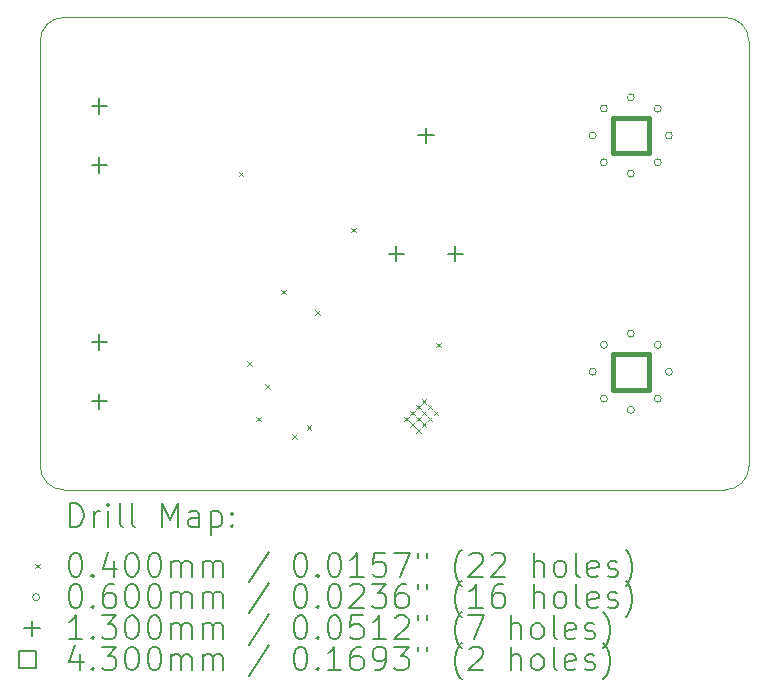
<source format=gbr>
%FSLAX45Y45*%
G04 Gerber Fmt 4.5, Leading zero omitted, Abs format (unit mm)*
G04 Created by KiCad (PCBNEW 6.0.0) date 2022-01-10 14:38:26*
%MOMM*%
%LPD*%
G01*
G04 APERTURE LIST*
%TA.AperFunction,Profile*%
%ADD10C,0.100000*%
%TD*%
%ADD11C,0.200000*%
%ADD12C,0.040000*%
%ADD13C,0.060000*%
%ADD14C,0.130000*%
%ADD15C,0.430000*%
G04 APERTURE END LIST*
D10*
X13000000Y-11300000D02*
G75*
G03*
X13200000Y-11500000I200000J0D01*
G01*
X18800000Y-11500000D02*
X13200000Y-11500000D01*
X13200000Y-7500000D02*
X18800000Y-7500000D01*
X13000000Y-11300000D02*
X13000000Y-7700000D01*
X19000000Y-7700000D02*
G75*
G03*
X18800000Y-7500000I-200000J0D01*
G01*
X18800000Y-11500000D02*
G75*
G03*
X19000000Y-11300000I0J200000D01*
G01*
X13200000Y-7500000D02*
G75*
G03*
X13000000Y-7700000I0J-200000D01*
G01*
X19000000Y-7700000D02*
X19000000Y-11300000D01*
D11*
D12*
X14680000Y-8805000D02*
X14720000Y-8845000D01*
X14720000Y-8805000D02*
X14680000Y-8845000D01*
X14750000Y-10410000D02*
X14790000Y-10450000D01*
X14790000Y-10410000D02*
X14750000Y-10450000D01*
X14830000Y-10880000D02*
X14870000Y-10920000D01*
X14870000Y-10880000D02*
X14830000Y-10920000D01*
X14905000Y-10605000D02*
X14945000Y-10645000D01*
X14945000Y-10605000D02*
X14905000Y-10645000D01*
X15042550Y-9805000D02*
X15082550Y-9845000D01*
X15082550Y-9805000D02*
X15042550Y-9845000D01*
X15130000Y-11030000D02*
X15170000Y-11070000D01*
X15170000Y-11030000D02*
X15130000Y-11070000D01*
X15255000Y-10955000D02*
X15295000Y-10995000D01*
X15295000Y-10955000D02*
X15255000Y-10995000D01*
X15330000Y-9980000D02*
X15370000Y-10020000D01*
X15370000Y-9980000D02*
X15330000Y-10020000D01*
X15630000Y-9280000D02*
X15670000Y-9320000D01*
X15670000Y-9280000D02*
X15630000Y-9320000D01*
X16080000Y-10880000D02*
X16120000Y-10920000D01*
X16120000Y-10880000D02*
X16080000Y-10920000D01*
X16130000Y-10830000D02*
X16170000Y-10870000D01*
X16170000Y-10830000D02*
X16130000Y-10870000D01*
X16130000Y-10930000D02*
X16170000Y-10970000D01*
X16170000Y-10930000D02*
X16130000Y-10970000D01*
X16180000Y-10780000D02*
X16220000Y-10820000D01*
X16220000Y-10780000D02*
X16180000Y-10820000D01*
X16180000Y-10880000D02*
X16220000Y-10920000D01*
X16220000Y-10880000D02*
X16180000Y-10920000D01*
X16180000Y-10980000D02*
X16220000Y-11020000D01*
X16220000Y-10980000D02*
X16180000Y-11020000D01*
X16230000Y-10730000D02*
X16270000Y-10770000D01*
X16270000Y-10730000D02*
X16230000Y-10770000D01*
X16230000Y-10830000D02*
X16270000Y-10870000D01*
X16270000Y-10830000D02*
X16230000Y-10870000D01*
X16230000Y-10930000D02*
X16270000Y-10970000D01*
X16270000Y-10930000D02*
X16230000Y-10970000D01*
X16280000Y-10780000D02*
X16320000Y-10820000D01*
X16320000Y-10780000D02*
X16280000Y-10820000D01*
X16280000Y-10880000D02*
X16320000Y-10920000D01*
X16320000Y-10880000D02*
X16280000Y-10920000D01*
X16330000Y-10830000D02*
X16370000Y-10870000D01*
X16370000Y-10830000D02*
X16330000Y-10870000D01*
X16355000Y-10255000D02*
X16395000Y-10295000D01*
X16395000Y-10255000D02*
X16355000Y-10295000D01*
D13*
X17707500Y-8500000D02*
G75*
G03*
X17707500Y-8500000I-30000J0D01*
G01*
X17707500Y-10500000D02*
G75*
G03*
X17707500Y-10500000I-30000J0D01*
G01*
X17801958Y-8271958D02*
G75*
G03*
X17801958Y-8271958I-30000J0D01*
G01*
X17801958Y-8728042D02*
G75*
G03*
X17801958Y-8728042I-30000J0D01*
G01*
X17801958Y-10271958D02*
G75*
G03*
X17801958Y-10271958I-30000J0D01*
G01*
X17801958Y-10728042D02*
G75*
G03*
X17801958Y-10728042I-30000J0D01*
G01*
X18030000Y-8177500D02*
G75*
G03*
X18030000Y-8177500I-30000J0D01*
G01*
X18030000Y-8822500D02*
G75*
G03*
X18030000Y-8822500I-30000J0D01*
G01*
X18030000Y-10177500D02*
G75*
G03*
X18030000Y-10177500I-30000J0D01*
G01*
X18030000Y-10822500D02*
G75*
G03*
X18030000Y-10822500I-30000J0D01*
G01*
X18258042Y-8271958D02*
G75*
G03*
X18258042Y-8271958I-30000J0D01*
G01*
X18258042Y-8728042D02*
G75*
G03*
X18258042Y-8728042I-30000J0D01*
G01*
X18258042Y-10271958D02*
G75*
G03*
X18258042Y-10271958I-30000J0D01*
G01*
X18258042Y-10728042D02*
G75*
G03*
X18258042Y-10728042I-30000J0D01*
G01*
X18352500Y-8500000D02*
G75*
G03*
X18352500Y-8500000I-30000J0D01*
G01*
X18352500Y-10500000D02*
G75*
G03*
X18352500Y-10500000I-30000J0D01*
G01*
D14*
X13500000Y-8185000D02*
X13500000Y-8315000D01*
X13435000Y-8250000D02*
X13565000Y-8250000D01*
X13500000Y-8685000D02*
X13500000Y-8815000D01*
X13435000Y-8750000D02*
X13565000Y-8750000D01*
X13500000Y-10185000D02*
X13500000Y-10315000D01*
X13435000Y-10250000D02*
X13565000Y-10250000D01*
X13500000Y-10685000D02*
X13500000Y-10815000D01*
X13435000Y-10750000D02*
X13565000Y-10750000D01*
X16015000Y-9435000D02*
X16015000Y-9565000D01*
X15950000Y-9500000D02*
X16080000Y-9500000D01*
X16265000Y-8435000D02*
X16265000Y-8565000D01*
X16200000Y-8500000D02*
X16330000Y-8500000D01*
X16515000Y-9435000D02*
X16515000Y-9565000D01*
X16450000Y-9500000D02*
X16580000Y-9500000D01*
D15*
X18152029Y-8652029D02*
X18152029Y-8347971D01*
X17847971Y-8347971D01*
X17847971Y-8652029D01*
X18152029Y-8652029D01*
X18152029Y-10652029D02*
X18152029Y-10347971D01*
X17847971Y-10347971D01*
X17847971Y-10652029D01*
X18152029Y-10652029D01*
D11*
X13252619Y-11815476D02*
X13252619Y-11615476D01*
X13300238Y-11615476D01*
X13328809Y-11625000D01*
X13347857Y-11644048D01*
X13357381Y-11663095D01*
X13366905Y-11701190D01*
X13366905Y-11729762D01*
X13357381Y-11767857D01*
X13347857Y-11786905D01*
X13328809Y-11805952D01*
X13300238Y-11815476D01*
X13252619Y-11815476D01*
X13452619Y-11815476D02*
X13452619Y-11682143D01*
X13452619Y-11720238D02*
X13462143Y-11701190D01*
X13471667Y-11691667D01*
X13490714Y-11682143D01*
X13509762Y-11682143D01*
X13576428Y-11815476D02*
X13576428Y-11682143D01*
X13576428Y-11615476D02*
X13566905Y-11625000D01*
X13576428Y-11634524D01*
X13585952Y-11625000D01*
X13576428Y-11615476D01*
X13576428Y-11634524D01*
X13700238Y-11815476D02*
X13681190Y-11805952D01*
X13671667Y-11786905D01*
X13671667Y-11615476D01*
X13805000Y-11815476D02*
X13785952Y-11805952D01*
X13776428Y-11786905D01*
X13776428Y-11615476D01*
X14033571Y-11815476D02*
X14033571Y-11615476D01*
X14100238Y-11758333D01*
X14166905Y-11615476D01*
X14166905Y-11815476D01*
X14347857Y-11815476D02*
X14347857Y-11710714D01*
X14338333Y-11691667D01*
X14319286Y-11682143D01*
X14281190Y-11682143D01*
X14262143Y-11691667D01*
X14347857Y-11805952D02*
X14328809Y-11815476D01*
X14281190Y-11815476D01*
X14262143Y-11805952D01*
X14252619Y-11786905D01*
X14252619Y-11767857D01*
X14262143Y-11748809D01*
X14281190Y-11739286D01*
X14328809Y-11739286D01*
X14347857Y-11729762D01*
X14443095Y-11682143D02*
X14443095Y-11882143D01*
X14443095Y-11691667D02*
X14462143Y-11682143D01*
X14500238Y-11682143D01*
X14519286Y-11691667D01*
X14528809Y-11701190D01*
X14538333Y-11720238D01*
X14538333Y-11777381D01*
X14528809Y-11796428D01*
X14519286Y-11805952D01*
X14500238Y-11815476D01*
X14462143Y-11815476D01*
X14443095Y-11805952D01*
X14624048Y-11796428D02*
X14633571Y-11805952D01*
X14624048Y-11815476D01*
X14614524Y-11805952D01*
X14624048Y-11796428D01*
X14624048Y-11815476D01*
X14624048Y-11691667D02*
X14633571Y-11701190D01*
X14624048Y-11710714D01*
X14614524Y-11701190D01*
X14624048Y-11691667D01*
X14624048Y-11710714D01*
D12*
X12955000Y-12125000D02*
X12995000Y-12165000D01*
X12995000Y-12125000D02*
X12955000Y-12165000D01*
D11*
X13290714Y-12035476D02*
X13309762Y-12035476D01*
X13328809Y-12045000D01*
X13338333Y-12054524D01*
X13347857Y-12073571D01*
X13357381Y-12111667D01*
X13357381Y-12159286D01*
X13347857Y-12197381D01*
X13338333Y-12216428D01*
X13328809Y-12225952D01*
X13309762Y-12235476D01*
X13290714Y-12235476D01*
X13271667Y-12225952D01*
X13262143Y-12216428D01*
X13252619Y-12197381D01*
X13243095Y-12159286D01*
X13243095Y-12111667D01*
X13252619Y-12073571D01*
X13262143Y-12054524D01*
X13271667Y-12045000D01*
X13290714Y-12035476D01*
X13443095Y-12216428D02*
X13452619Y-12225952D01*
X13443095Y-12235476D01*
X13433571Y-12225952D01*
X13443095Y-12216428D01*
X13443095Y-12235476D01*
X13624048Y-12102143D02*
X13624048Y-12235476D01*
X13576428Y-12025952D02*
X13528809Y-12168809D01*
X13652619Y-12168809D01*
X13766905Y-12035476D02*
X13785952Y-12035476D01*
X13805000Y-12045000D01*
X13814524Y-12054524D01*
X13824048Y-12073571D01*
X13833571Y-12111667D01*
X13833571Y-12159286D01*
X13824048Y-12197381D01*
X13814524Y-12216428D01*
X13805000Y-12225952D01*
X13785952Y-12235476D01*
X13766905Y-12235476D01*
X13747857Y-12225952D01*
X13738333Y-12216428D01*
X13728809Y-12197381D01*
X13719286Y-12159286D01*
X13719286Y-12111667D01*
X13728809Y-12073571D01*
X13738333Y-12054524D01*
X13747857Y-12045000D01*
X13766905Y-12035476D01*
X13957381Y-12035476D02*
X13976428Y-12035476D01*
X13995476Y-12045000D01*
X14005000Y-12054524D01*
X14014524Y-12073571D01*
X14024048Y-12111667D01*
X14024048Y-12159286D01*
X14014524Y-12197381D01*
X14005000Y-12216428D01*
X13995476Y-12225952D01*
X13976428Y-12235476D01*
X13957381Y-12235476D01*
X13938333Y-12225952D01*
X13928809Y-12216428D01*
X13919286Y-12197381D01*
X13909762Y-12159286D01*
X13909762Y-12111667D01*
X13919286Y-12073571D01*
X13928809Y-12054524D01*
X13938333Y-12045000D01*
X13957381Y-12035476D01*
X14109762Y-12235476D02*
X14109762Y-12102143D01*
X14109762Y-12121190D02*
X14119286Y-12111667D01*
X14138333Y-12102143D01*
X14166905Y-12102143D01*
X14185952Y-12111667D01*
X14195476Y-12130714D01*
X14195476Y-12235476D01*
X14195476Y-12130714D02*
X14205000Y-12111667D01*
X14224048Y-12102143D01*
X14252619Y-12102143D01*
X14271667Y-12111667D01*
X14281190Y-12130714D01*
X14281190Y-12235476D01*
X14376428Y-12235476D02*
X14376428Y-12102143D01*
X14376428Y-12121190D02*
X14385952Y-12111667D01*
X14405000Y-12102143D01*
X14433571Y-12102143D01*
X14452619Y-12111667D01*
X14462143Y-12130714D01*
X14462143Y-12235476D01*
X14462143Y-12130714D02*
X14471667Y-12111667D01*
X14490714Y-12102143D01*
X14519286Y-12102143D01*
X14538333Y-12111667D01*
X14547857Y-12130714D01*
X14547857Y-12235476D01*
X14938333Y-12025952D02*
X14766905Y-12283095D01*
X15195476Y-12035476D02*
X15214524Y-12035476D01*
X15233571Y-12045000D01*
X15243095Y-12054524D01*
X15252619Y-12073571D01*
X15262143Y-12111667D01*
X15262143Y-12159286D01*
X15252619Y-12197381D01*
X15243095Y-12216428D01*
X15233571Y-12225952D01*
X15214524Y-12235476D01*
X15195476Y-12235476D01*
X15176428Y-12225952D01*
X15166905Y-12216428D01*
X15157381Y-12197381D01*
X15147857Y-12159286D01*
X15147857Y-12111667D01*
X15157381Y-12073571D01*
X15166905Y-12054524D01*
X15176428Y-12045000D01*
X15195476Y-12035476D01*
X15347857Y-12216428D02*
X15357381Y-12225952D01*
X15347857Y-12235476D01*
X15338333Y-12225952D01*
X15347857Y-12216428D01*
X15347857Y-12235476D01*
X15481190Y-12035476D02*
X15500238Y-12035476D01*
X15519286Y-12045000D01*
X15528809Y-12054524D01*
X15538333Y-12073571D01*
X15547857Y-12111667D01*
X15547857Y-12159286D01*
X15538333Y-12197381D01*
X15528809Y-12216428D01*
X15519286Y-12225952D01*
X15500238Y-12235476D01*
X15481190Y-12235476D01*
X15462143Y-12225952D01*
X15452619Y-12216428D01*
X15443095Y-12197381D01*
X15433571Y-12159286D01*
X15433571Y-12111667D01*
X15443095Y-12073571D01*
X15452619Y-12054524D01*
X15462143Y-12045000D01*
X15481190Y-12035476D01*
X15738333Y-12235476D02*
X15624048Y-12235476D01*
X15681190Y-12235476D02*
X15681190Y-12035476D01*
X15662143Y-12064048D01*
X15643095Y-12083095D01*
X15624048Y-12092619D01*
X15919286Y-12035476D02*
X15824048Y-12035476D01*
X15814524Y-12130714D01*
X15824048Y-12121190D01*
X15843095Y-12111667D01*
X15890714Y-12111667D01*
X15909762Y-12121190D01*
X15919286Y-12130714D01*
X15928809Y-12149762D01*
X15928809Y-12197381D01*
X15919286Y-12216428D01*
X15909762Y-12225952D01*
X15890714Y-12235476D01*
X15843095Y-12235476D01*
X15824048Y-12225952D01*
X15814524Y-12216428D01*
X15995476Y-12035476D02*
X16128809Y-12035476D01*
X16043095Y-12235476D01*
X16195476Y-12035476D02*
X16195476Y-12073571D01*
X16271667Y-12035476D02*
X16271667Y-12073571D01*
X16566905Y-12311667D02*
X16557381Y-12302143D01*
X16538333Y-12273571D01*
X16528809Y-12254524D01*
X16519286Y-12225952D01*
X16509762Y-12178333D01*
X16509762Y-12140238D01*
X16519286Y-12092619D01*
X16528809Y-12064048D01*
X16538333Y-12045000D01*
X16557381Y-12016428D01*
X16566905Y-12006905D01*
X16633571Y-12054524D02*
X16643095Y-12045000D01*
X16662143Y-12035476D01*
X16709762Y-12035476D01*
X16728809Y-12045000D01*
X16738333Y-12054524D01*
X16747857Y-12073571D01*
X16747857Y-12092619D01*
X16738333Y-12121190D01*
X16624048Y-12235476D01*
X16747857Y-12235476D01*
X16824048Y-12054524D02*
X16833571Y-12045000D01*
X16852619Y-12035476D01*
X16900238Y-12035476D01*
X16919286Y-12045000D01*
X16928810Y-12054524D01*
X16938333Y-12073571D01*
X16938333Y-12092619D01*
X16928810Y-12121190D01*
X16814524Y-12235476D01*
X16938333Y-12235476D01*
X17176429Y-12235476D02*
X17176429Y-12035476D01*
X17262143Y-12235476D02*
X17262143Y-12130714D01*
X17252619Y-12111667D01*
X17233571Y-12102143D01*
X17205000Y-12102143D01*
X17185952Y-12111667D01*
X17176429Y-12121190D01*
X17385952Y-12235476D02*
X17366905Y-12225952D01*
X17357381Y-12216428D01*
X17347857Y-12197381D01*
X17347857Y-12140238D01*
X17357381Y-12121190D01*
X17366905Y-12111667D01*
X17385952Y-12102143D01*
X17414524Y-12102143D01*
X17433571Y-12111667D01*
X17443095Y-12121190D01*
X17452619Y-12140238D01*
X17452619Y-12197381D01*
X17443095Y-12216428D01*
X17433571Y-12225952D01*
X17414524Y-12235476D01*
X17385952Y-12235476D01*
X17566905Y-12235476D02*
X17547857Y-12225952D01*
X17538333Y-12206905D01*
X17538333Y-12035476D01*
X17719286Y-12225952D02*
X17700238Y-12235476D01*
X17662143Y-12235476D01*
X17643095Y-12225952D01*
X17633571Y-12206905D01*
X17633571Y-12130714D01*
X17643095Y-12111667D01*
X17662143Y-12102143D01*
X17700238Y-12102143D01*
X17719286Y-12111667D01*
X17728810Y-12130714D01*
X17728810Y-12149762D01*
X17633571Y-12168809D01*
X17805000Y-12225952D02*
X17824048Y-12235476D01*
X17862143Y-12235476D01*
X17881190Y-12225952D01*
X17890714Y-12206905D01*
X17890714Y-12197381D01*
X17881190Y-12178333D01*
X17862143Y-12168809D01*
X17833571Y-12168809D01*
X17814524Y-12159286D01*
X17805000Y-12140238D01*
X17805000Y-12130714D01*
X17814524Y-12111667D01*
X17833571Y-12102143D01*
X17862143Y-12102143D01*
X17881190Y-12111667D01*
X17957381Y-12311667D02*
X17966905Y-12302143D01*
X17985952Y-12273571D01*
X17995476Y-12254524D01*
X18005000Y-12225952D01*
X18014524Y-12178333D01*
X18014524Y-12140238D01*
X18005000Y-12092619D01*
X17995476Y-12064048D01*
X17985952Y-12045000D01*
X17966905Y-12016428D01*
X17957381Y-12006905D01*
D13*
X12995000Y-12409000D02*
G75*
G03*
X12995000Y-12409000I-30000J0D01*
G01*
D11*
X13290714Y-12299476D02*
X13309762Y-12299476D01*
X13328809Y-12309000D01*
X13338333Y-12318524D01*
X13347857Y-12337571D01*
X13357381Y-12375667D01*
X13357381Y-12423286D01*
X13347857Y-12461381D01*
X13338333Y-12480428D01*
X13328809Y-12489952D01*
X13309762Y-12499476D01*
X13290714Y-12499476D01*
X13271667Y-12489952D01*
X13262143Y-12480428D01*
X13252619Y-12461381D01*
X13243095Y-12423286D01*
X13243095Y-12375667D01*
X13252619Y-12337571D01*
X13262143Y-12318524D01*
X13271667Y-12309000D01*
X13290714Y-12299476D01*
X13443095Y-12480428D02*
X13452619Y-12489952D01*
X13443095Y-12499476D01*
X13433571Y-12489952D01*
X13443095Y-12480428D01*
X13443095Y-12499476D01*
X13624048Y-12299476D02*
X13585952Y-12299476D01*
X13566905Y-12309000D01*
X13557381Y-12318524D01*
X13538333Y-12347095D01*
X13528809Y-12385190D01*
X13528809Y-12461381D01*
X13538333Y-12480428D01*
X13547857Y-12489952D01*
X13566905Y-12499476D01*
X13605000Y-12499476D01*
X13624048Y-12489952D01*
X13633571Y-12480428D01*
X13643095Y-12461381D01*
X13643095Y-12413762D01*
X13633571Y-12394714D01*
X13624048Y-12385190D01*
X13605000Y-12375667D01*
X13566905Y-12375667D01*
X13547857Y-12385190D01*
X13538333Y-12394714D01*
X13528809Y-12413762D01*
X13766905Y-12299476D02*
X13785952Y-12299476D01*
X13805000Y-12309000D01*
X13814524Y-12318524D01*
X13824048Y-12337571D01*
X13833571Y-12375667D01*
X13833571Y-12423286D01*
X13824048Y-12461381D01*
X13814524Y-12480428D01*
X13805000Y-12489952D01*
X13785952Y-12499476D01*
X13766905Y-12499476D01*
X13747857Y-12489952D01*
X13738333Y-12480428D01*
X13728809Y-12461381D01*
X13719286Y-12423286D01*
X13719286Y-12375667D01*
X13728809Y-12337571D01*
X13738333Y-12318524D01*
X13747857Y-12309000D01*
X13766905Y-12299476D01*
X13957381Y-12299476D02*
X13976428Y-12299476D01*
X13995476Y-12309000D01*
X14005000Y-12318524D01*
X14014524Y-12337571D01*
X14024048Y-12375667D01*
X14024048Y-12423286D01*
X14014524Y-12461381D01*
X14005000Y-12480428D01*
X13995476Y-12489952D01*
X13976428Y-12499476D01*
X13957381Y-12499476D01*
X13938333Y-12489952D01*
X13928809Y-12480428D01*
X13919286Y-12461381D01*
X13909762Y-12423286D01*
X13909762Y-12375667D01*
X13919286Y-12337571D01*
X13928809Y-12318524D01*
X13938333Y-12309000D01*
X13957381Y-12299476D01*
X14109762Y-12499476D02*
X14109762Y-12366143D01*
X14109762Y-12385190D02*
X14119286Y-12375667D01*
X14138333Y-12366143D01*
X14166905Y-12366143D01*
X14185952Y-12375667D01*
X14195476Y-12394714D01*
X14195476Y-12499476D01*
X14195476Y-12394714D02*
X14205000Y-12375667D01*
X14224048Y-12366143D01*
X14252619Y-12366143D01*
X14271667Y-12375667D01*
X14281190Y-12394714D01*
X14281190Y-12499476D01*
X14376428Y-12499476D02*
X14376428Y-12366143D01*
X14376428Y-12385190D02*
X14385952Y-12375667D01*
X14405000Y-12366143D01*
X14433571Y-12366143D01*
X14452619Y-12375667D01*
X14462143Y-12394714D01*
X14462143Y-12499476D01*
X14462143Y-12394714D02*
X14471667Y-12375667D01*
X14490714Y-12366143D01*
X14519286Y-12366143D01*
X14538333Y-12375667D01*
X14547857Y-12394714D01*
X14547857Y-12499476D01*
X14938333Y-12289952D02*
X14766905Y-12547095D01*
X15195476Y-12299476D02*
X15214524Y-12299476D01*
X15233571Y-12309000D01*
X15243095Y-12318524D01*
X15252619Y-12337571D01*
X15262143Y-12375667D01*
X15262143Y-12423286D01*
X15252619Y-12461381D01*
X15243095Y-12480428D01*
X15233571Y-12489952D01*
X15214524Y-12499476D01*
X15195476Y-12499476D01*
X15176428Y-12489952D01*
X15166905Y-12480428D01*
X15157381Y-12461381D01*
X15147857Y-12423286D01*
X15147857Y-12375667D01*
X15157381Y-12337571D01*
X15166905Y-12318524D01*
X15176428Y-12309000D01*
X15195476Y-12299476D01*
X15347857Y-12480428D02*
X15357381Y-12489952D01*
X15347857Y-12499476D01*
X15338333Y-12489952D01*
X15347857Y-12480428D01*
X15347857Y-12499476D01*
X15481190Y-12299476D02*
X15500238Y-12299476D01*
X15519286Y-12309000D01*
X15528809Y-12318524D01*
X15538333Y-12337571D01*
X15547857Y-12375667D01*
X15547857Y-12423286D01*
X15538333Y-12461381D01*
X15528809Y-12480428D01*
X15519286Y-12489952D01*
X15500238Y-12499476D01*
X15481190Y-12499476D01*
X15462143Y-12489952D01*
X15452619Y-12480428D01*
X15443095Y-12461381D01*
X15433571Y-12423286D01*
X15433571Y-12375667D01*
X15443095Y-12337571D01*
X15452619Y-12318524D01*
X15462143Y-12309000D01*
X15481190Y-12299476D01*
X15624048Y-12318524D02*
X15633571Y-12309000D01*
X15652619Y-12299476D01*
X15700238Y-12299476D01*
X15719286Y-12309000D01*
X15728809Y-12318524D01*
X15738333Y-12337571D01*
X15738333Y-12356619D01*
X15728809Y-12385190D01*
X15614524Y-12499476D01*
X15738333Y-12499476D01*
X15805000Y-12299476D02*
X15928809Y-12299476D01*
X15862143Y-12375667D01*
X15890714Y-12375667D01*
X15909762Y-12385190D01*
X15919286Y-12394714D01*
X15928809Y-12413762D01*
X15928809Y-12461381D01*
X15919286Y-12480428D01*
X15909762Y-12489952D01*
X15890714Y-12499476D01*
X15833571Y-12499476D01*
X15814524Y-12489952D01*
X15805000Y-12480428D01*
X16100238Y-12299476D02*
X16062143Y-12299476D01*
X16043095Y-12309000D01*
X16033571Y-12318524D01*
X16014524Y-12347095D01*
X16005000Y-12385190D01*
X16005000Y-12461381D01*
X16014524Y-12480428D01*
X16024048Y-12489952D01*
X16043095Y-12499476D01*
X16081190Y-12499476D01*
X16100238Y-12489952D01*
X16109762Y-12480428D01*
X16119286Y-12461381D01*
X16119286Y-12413762D01*
X16109762Y-12394714D01*
X16100238Y-12385190D01*
X16081190Y-12375667D01*
X16043095Y-12375667D01*
X16024048Y-12385190D01*
X16014524Y-12394714D01*
X16005000Y-12413762D01*
X16195476Y-12299476D02*
X16195476Y-12337571D01*
X16271667Y-12299476D02*
X16271667Y-12337571D01*
X16566905Y-12575667D02*
X16557381Y-12566143D01*
X16538333Y-12537571D01*
X16528809Y-12518524D01*
X16519286Y-12489952D01*
X16509762Y-12442333D01*
X16509762Y-12404238D01*
X16519286Y-12356619D01*
X16528809Y-12328048D01*
X16538333Y-12309000D01*
X16557381Y-12280428D01*
X16566905Y-12270905D01*
X16747857Y-12499476D02*
X16633571Y-12499476D01*
X16690714Y-12499476D02*
X16690714Y-12299476D01*
X16671667Y-12328048D01*
X16652619Y-12347095D01*
X16633571Y-12356619D01*
X16919286Y-12299476D02*
X16881190Y-12299476D01*
X16862143Y-12309000D01*
X16852619Y-12318524D01*
X16833571Y-12347095D01*
X16824048Y-12385190D01*
X16824048Y-12461381D01*
X16833571Y-12480428D01*
X16843095Y-12489952D01*
X16862143Y-12499476D01*
X16900238Y-12499476D01*
X16919286Y-12489952D01*
X16928810Y-12480428D01*
X16938333Y-12461381D01*
X16938333Y-12413762D01*
X16928810Y-12394714D01*
X16919286Y-12385190D01*
X16900238Y-12375667D01*
X16862143Y-12375667D01*
X16843095Y-12385190D01*
X16833571Y-12394714D01*
X16824048Y-12413762D01*
X17176429Y-12499476D02*
X17176429Y-12299476D01*
X17262143Y-12499476D02*
X17262143Y-12394714D01*
X17252619Y-12375667D01*
X17233571Y-12366143D01*
X17205000Y-12366143D01*
X17185952Y-12375667D01*
X17176429Y-12385190D01*
X17385952Y-12499476D02*
X17366905Y-12489952D01*
X17357381Y-12480428D01*
X17347857Y-12461381D01*
X17347857Y-12404238D01*
X17357381Y-12385190D01*
X17366905Y-12375667D01*
X17385952Y-12366143D01*
X17414524Y-12366143D01*
X17433571Y-12375667D01*
X17443095Y-12385190D01*
X17452619Y-12404238D01*
X17452619Y-12461381D01*
X17443095Y-12480428D01*
X17433571Y-12489952D01*
X17414524Y-12499476D01*
X17385952Y-12499476D01*
X17566905Y-12499476D02*
X17547857Y-12489952D01*
X17538333Y-12470905D01*
X17538333Y-12299476D01*
X17719286Y-12489952D02*
X17700238Y-12499476D01*
X17662143Y-12499476D01*
X17643095Y-12489952D01*
X17633571Y-12470905D01*
X17633571Y-12394714D01*
X17643095Y-12375667D01*
X17662143Y-12366143D01*
X17700238Y-12366143D01*
X17719286Y-12375667D01*
X17728810Y-12394714D01*
X17728810Y-12413762D01*
X17633571Y-12432809D01*
X17805000Y-12489952D02*
X17824048Y-12499476D01*
X17862143Y-12499476D01*
X17881190Y-12489952D01*
X17890714Y-12470905D01*
X17890714Y-12461381D01*
X17881190Y-12442333D01*
X17862143Y-12432809D01*
X17833571Y-12432809D01*
X17814524Y-12423286D01*
X17805000Y-12404238D01*
X17805000Y-12394714D01*
X17814524Y-12375667D01*
X17833571Y-12366143D01*
X17862143Y-12366143D01*
X17881190Y-12375667D01*
X17957381Y-12575667D02*
X17966905Y-12566143D01*
X17985952Y-12537571D01*
X17995476Y-12518524D01*
X18005000Y-12489952D01*
X18014524Y-12442333D01*
X18014524Y-12404238D01*
X18005000Y-12356619D01*
X17995476Y-12328048D01*
X17985952Y-12309000D01*
X17966905Y-12280428D01*
X17957381Y-12270905D01*
D14*
X12930000Y-12608000D02*
X12930000Y-12738000D01*
X12865000Y-12673000D02*
X12995000Y-12673000D01*
D11*
X13357381Y-12763476D02*
X13243095Y-12763476D01*
X13300238Y-12763476D02*
X13300238Y-12563476D01*
X13281190Y-12592048D01*
X13262143Y-12611095D01*
X13243095Y-12620619D01*
X13443095Y-12744428D02*
X13452619Y-12753952D01*
X13443095Y-12763476D01*
X13433571Y-12753952D01*
X13443095Y-12744428D01*
X13443095Y-12763476D01*
X13519286Y-12563476D02*
X13643095Y-12563476D01*
X13576428Y-12639667D01*
X13605000Y-12639667D01*
X13624048Y-12649190D01*
X13633571Y-12658714D01*
X13643095Y-12677762D01*
X13643095Y-12725381D01*
X13633571Y-12744428D01*
X13624048Y-12753952D01*
X13605000Y-12763476D01*
X13547857Y-12763476D01*
X13528809Y-12753952D01*
X13519286Y-12744428D01*
X13766905Y-12563476D02*
X13785952Y-12563476D01*
X13805000Y-12573000D01*
X13814524Y-12582524D01*
X13824048Y-12601571D01*
X13833571Y-12639667D01*
X13833571Y-12687286D01*
X13824048Y-12725381D01*
X13814524Y-12744428D01*
X13805000Y-12753952D01*
X13785952Y-12763476D01*
X13766905Y-12763476D01*
X13747857Y-12753952D01*
X13738333Y-12744428D01*
X13728809Y-12725381D01*
X13719286Y-12687286D01*
X13719286Y-12639667D01*
X13728809Y-12601571D01*
X13738333Y-12582524D01*
X13747857Y-12573000D01*
X13766905Y-12563476D01*
X13957381Y-12563476D02*
X13976428Y-12563476D01*
X13995476Y-12573000D01*
X14005000Y-12582524D01*
X14014524Y-12601571D01*
X14024048Y-12639667D01*
X14024048Y-12687286D01*
X14014524Y-12725381D01*
X14005000Y-12744428D01*
X13995476Y-12753952D01*
X13976428Y-12763476D01*
X13957381Y-12763476D01*
X13938333Y-12753952D01*
X13928809Y-12744428D01*
X13919286Y-12725381D01*
X13909762Y-12687286D01*
X13909762Y-12639667D01*
X13919286Y-12601571D01*
X13928809Y-12582524D01*
X13938333Y-12573000D01*
X13957381Y-12563476D01*
X14109762Y-12763476D02*
X14109762Y-12630143D01*
X14109762Y-12649190D02*
X14119286Y-12639667D01*
X14138333Y-12630143D01*
X14166905Y-12630143D01*
X14185952Y-12639667D01*
X14195476Y-12658714D01*
X14195476Y-12763476D01*
X14195476Y-12658714D02*
X14205000Y-12639667D01*
X14224048Y-12630143D01*
X14252619Y-12630143D01*
X14271667Y-12639667D01*
X14281190Y-12658714D01*
X14281190Y-12763476D01*
X14376428Y-12763476D02*
X14376428Y-12630143D01*
X14376428Y-12649190D02*
X14385952Y-12639667D01*
X14405000Y-12630143D01*
X14433571Y-12630143D01*
X14452619Y-12639667D01*
X14462143Y-12658714D01*
X14462143Y-12763476D01*
X14462143Y-12658714D02*
X14471667Y-12639667D01*
X14490714Y-12630143D01*
X14519286Y-12630143D01*
X14538333Y-12639667D01*
X14547857Y-12658714D01*
X14547857Y-12763476D01*
X14938333Y-12553952D02*
X14766905Y-12811095D01*
X15195476Y-12563476D02*
X15214524Y-12563476D01*
X15233571Y-12573000D01*
X15243095Y-12582524D01*
X15252619Y-12601571D01*
X15262143Y-12639667D01*
X15262143Y-12687286D01*
X15252619Y-12725381D01*
X15243095Y-12744428D01*
X15233571Y-12753952D01*
X15214524Y-12763476D01*
X15195476Y-12763476D01*
X15176428Y-12753952D01*
X15166905Y-12744428D01*
X15157381Y-12725381D01*
X15147857Y-12687286D01*
X15147857Y-12639667D01*
X15157381Y-12601571D01*
X15166905Y-12582524D01*
X15176428Y-12573000D01*
X15195476Y-12563476D01*
X15347857Y-12744428D02*
X15357381Y-12753952D01*
X15347857Y-12763476D01*
X15338333Y-12753952D01*
X15347857Y-12744428D01*
X15347857Y-12763476D01*
X15481190Y-12563476D02*
X15500238Y-12563476D01*
X15519286Y-12573000D01*
X15528809Y-12582524D01*
X15538333Y-12601571D01*
X15547857Y-12639667D01*
X15547857Y-12687286D01*
X15538333Y-12725381D01*
X15528809Y-12744428D01*
X15519286Y-12753952D01*
X15500238Y-12763476D01*
X15481190Y-12763476D01*
X15462143Y-12753952D01*
X15452619Y-12744428D01*
X15443095Y-12725381D01*
X15433571Y-12687286D01*
X15433571Y-12639667D01*
X15443095Y-12601571D01*
X15452619Y-12582524D01*
X15462143Y-12573000D01*
X15481190Y-12563476D01*
X15728809Y-12563476D02*
X15633571Y-12563476D01*
X15624048Y-12658714D01*
X15633571Y-12649190D01*
X15652619Y-12639667D01*
X15700238Y-12639667D01*
X15719286Y-12649190D01*
X15728809Y-12658714D01*
X15738333Y-12677762D01*
X15738333Y-12725381D01*
X15728809Y-12744428D01*
X15719286Y-12753952D01*
X15700238Y-12763476D01*
X15652619Y-12763476D01*
X15633571Y-12753952D01*
X15624048Y-12744428D01*
X15928809Y-12763476D02*
X15814524Y-12763476D01*
X15871667Y-12763476D02*
X15871667Y-12563476D01*
X15852619Y-12592048D01*
X15833571Y-12611095D01*
X15814524Y-12620619D01*
X16005000Y-12582524D02*
X16014524Y-12573000D01*
X16033571Y-12563476D01*
X16081190Y-12563476D01*
X16100238Y-12573000D01*
X16109762Y-12582524D01*
X16119286Y-12601571D01*
X16119286Y-12620619D01*
X16109762Y-12649190D01*
X15995476Y-12763476D01*
X16119286Y-12763476D01*
X16195476Y-12563476D02*
X16195476Y-12601571D01*
X16271667Y-12563476D02*
X16271667Y-12601571D01*
X16566905Y-12839667D02*
X16557381Y-12830143D01*
X16538333Y-12801571D01*
X16528809Y-12782524D01*
X16519286Y-12753952D01*
X16509762Y-12706333D01*
X16509762Y-12668238D01*
X16519286Y-12620619D01*
X16528809Y-12592048D01*
X16538333Y-12573000D01*
X16557381Y-12544428D01*
X16566905Y-12534905D01*
X16624048Y-12563476D02*
X16757381Y-12563476D01*
X16671667Y-12763476D01*
X16985952Y-12763476D02*
X16985952Y-12563476D01*
X17071667Y-12763476D02*
X17071667Y-12658714D01*
X17062143Y-12639667D01*
X17043095Y-12630143D01*
X17014524Y-12630143D01*
X16995476Y-12639667D01*
X16985952Y-12649190D01*
X17195476Y-12763476D02*
X17176429Y-12753952D01*
X17166905Y-12744428D01*
X17157381Y-12725381D01*
X17157381Y-12668238D01*
X17166905Y-12649190D01*
X17176429Y-12639667D01*
X17195476Y-12630143D01*
X17224048Y-12630143D01*
X17243095Y-12639667D01*
X17252619Y-12649190D01*
X17262143Y-12668238D01*
X17262143Y-12725381D01*
X17252619Y-12744428D01*
X17243095Y-12753952D01*
X17224048Y-12763476D01*
X17195476Y-12763476D01*
X17376429Y-12763476D02*
X17357381Y-12753952D01*
X17347857Y-12734905D01*
X17347857Y-12563476D01*
X17528810Y-12753952D02*
X17509762Y-12763476D01*
X17471667Y-12763476D01*
X17452619Y-12753952D01*
X17443095Y-12734905D01*
X17443095Y-12658714D01*
X17452619Y-12639667D01*
X17471667Y-12630143D01*
X17509762Y-12630143D01*
X17528810Y-12639667D01*
X17538333Y-12658714D01*
X17538333Y-12677762D01*
X17443095Y-12696809D01*
X17614524Y-12753952D02*
X17633571Y-12763476D01*
X17671667Y-12763476D01*
X17690714Y-12753952D01*
X17700238Y-12734905D01*
X17700238Y-12725381D01*
X17690714Y-12706333D01*
X17671667Y-12696809D01*
X17643095Y-12696809D01*
X17624048Y-12687286D01*
X17614524Y-12668238D01*
X17614524Y-12658714D01*
X17624048Y-12639667D01*
X17643095Y-12630143D01*
X17671667Y-12630143D01*
X17690714Y-12639667D01*
X17766905Y-12839667D02*
X17776429Y-12830143D01*
X17795476Y-12801571D01*
X17805000Y-12782524D01*
X17814524Y-12753952D01*
X17824048Y-12706333D01*
X17824048Y-12668238D01*
X17814524Y-12620619D01*
X17805000Y-12592048D01*
X17795476Y-12573000D01*
X17776429Y-12544428D01*
X17766905Y-12534905D01*
X12965711Y-13007711D02*
X12965711Y-12866289D01*
X12824289Y-12866289D01*
X12824289Y-13007711D01*
X12965711Y-13007711D01*
X13338333Y-12894143D02*
X13338333Y-13027476D01*
X13290714Y-12817952D02*
X13243095Y-12960809D01*
X13366905Y-12960809D01*
X13443095Y-13008428D02*
X13452619Y-13017952D01*
X13443095Y-13027476D01*
X13433571Y-13017952D01*
X13443095Y-13008428D01*
X13443095Y-13027476D01*
X13519286Y-12827476D02*
X13643095Y-12827476D01*
X13576428Y-12903667D01*
X13605000Y-12903667D01*
X13624048Y-12913190D01*
X13633571Y-12922714D01*
X13643095Y-12941762D01*
X13643095Y-12989381D01*
X13633571Y-13008428D01*
X13624048Y-13017952D01*
X13605000Y-13027476D01*
X13547857Y-13027476D01*
X13528809Y-13017952D01*
X13519286Y-13008428D01*
X13766905Y-12827476D02*
X13785952Y-12827476D01*
X13805000Y-12837000D01*
X13814524Y-12846524D01*
X13824048Y-12865571D01*
X13833571Y-12903667D01*
X13833571Y-12951286D01*
X13824048Y-12989381D01*
X13814524Y-13008428D01*
X13805000Y-13017952D01*
X13785952Y-13027476D01*
X13766905Y-13027476D01*
X13747857Y-13017952D01*
X13738333Y-13008428D01*
X13728809Y-12989381D01*
X13719286Y-12951286D01*
X13719286Y-12903667D01*
X13728809Y-12865571D01*
X13738333Y-12846524D01*
X13747857Y-12837000D01*
X13766905Y-12827476D01*
X13957381Y-12827476D02*
X13976428Y-12827476D01*
X13995476Y-12837000D01*
X14005000Y-12846524D01*
X14014524Y-12865571D01*
X14024048Y-12903667D01*
X14024048Y-12951286D01*
X14014524Y-12989381D01*
X14005000Y-13008428D01*
X13995476Y-13017952D01*
X13976428Y-13027476D01*
X13957381Y-13027476D01*
X13938333Y-13017952D01*
X13928809Y-13008428D01*
X13919286Y-12989381D01*
X13909762Y-12951286D01*
X13909762Y-12903667D01*
X13919286Y-12865571D01*
X13928809Y-12846524D01*
X13938333Y-12837000D01*
X13957381Y-12827476D01*
X14109762Y-13027476D02*
X14109762Y-12894143D01*
X14109762Y-12913190D02*
X14119286Y-12903667D01*
X14138333Y-12894143D01*
X14166905Y-12894143D01*
X14185952Y-12903667D01*
X14195476Y-12922714D01*
X14195476Y-13027476D01*
X14195476Y-12922714D02*
X14205000Y-12903667D01*
X14224048Y-12894143D01*
X14252619Y-12894143D01*
X14271667Y-12903667D01*
X14281190Y-12922714D01*
X14281190Y-13027476D01*
X14376428Y-13027476D02*
X14376428Y-12894143D01*
X14376428Y-12913190D02*
X14385952Y-12903667D01*
X14405000Y-12894143D01*
X14433571Y-12894143D01*
X14452619Y-12903667D01*
X14462143Y-12922714D01*
X14462143Y-13027476D01*
X14462143Y-12922714D02*
X14471667Y-12903667D01*
X14490714Y-12894143D01*
X14519286Y-12894143D01*
X14538333Y-12903667D01*
X14547857Y-12922714D01*
X14547857Y-13027476D01*
X14938333Y-12817952D02*
X14766905Y-13075095D01*
X15195476Y-12827476D02*
X15214524Y-12827476D01*
X15233571Y-12837000D01*
X15243095Y-12846524D01*
X15252619Y-12865571D01*
X15262143Y-12903667D01*
X15262143Y-12951286D01*
X15252619Y-12989381D01*
X15243095Y-13008428D01*
X15233571Y-13017952D01*
X15214524Y-13027476D01*
X15195476Y-13027476D01*
X15176428Y-13017952D01*
X15166905Y-13008428D01*
X15157381Y-12989381D01*
X15147857Y-12951286D01*
X15147857Y-12903667D01*
X15157381Y-12865571D01*
X15166905Y-12846524D01*
X15176428Y-12837000D01*
X15195476Y-12827476D01*
X15347857Y-13008428D02*
X15357381Y-13017952D01*
X15347857Y-13027476D01*
X15338333Y-13017952D01*
X15347857Y-13008428D01*
X15347857Y-13027476D01*
X15547857Y-13027476D02*
X15433571Y-13027476D01*
X15490714Y-13027476D02*
X15490714Y-12827476D01*
X15471667Y-12856048D01*
X15452619Y-12875095D01*
X15433571Y-12884619D01*
X15719286Y-12827476D02*
X15681190Y-12827476D01*
X15662143Y-12837000D01*
X15652619Y-12846524D01*
X15633571Y-12875095D01*
X15624048Y-12913190D01*
X15624048Y-12989381D01*
X15633571Y-13008428D01*
X15643095Y-13017952D01*
X15662143Y-13027476D01*
X15700238Y-13027476D01*
X15719286Y-13017952D01*
X15728809Y-13008428D01*
X15738333Y-12989381D01*
X15738333Y-12941762D01*
X15728809Y-12922714D01*
X15719286Y-12913190D01*
X15700238Y-12903667D01*
X15662143Y-12903667D01*
X15643095Y-12913190D01*
X15633571Y-12922714D01*
X15624048Y-12941762D01*
X15833571Y-13027476D02*
X15871667Y-13027476D01*
X15890714Y-13017952D01*
X15900238Y-13008428D01*
X15919286Y-12979857D01*
X15928809Y-12941762D01*
X15928809Y-12865571D01*
X15919286Y-12846524D01*
X15909762Y-12837000D01*
X15890714Y-12827476D01*
X15852619Y-12827476D01*
X15833571Y-12837000D01*
X15824048Y-12846524D01*
X15814524Y-12865571D01*
X15814524Y-12913190D01*
X15824048Y-12932238D01*
X15833571Y-12941762D01*
X15852619Y-12951286D01*
X15890714Y-12951286D01*
X15909762Y-12941762D01*
X15919286Y-12932238D01*
X15928809Y-12913190D01*
X15995476Y-12827476D02*
X16119286Y-12827476D01*
X16052619Y-12903667D01*
X16081190Y-12903667D01*
X16100238Y-12913190D01*
X16109762Y-12922714D01*
X16119286Y-12941762D01*
X16119286Y-12989381D01*
X16109762Y-13008428D01*
X16100238Y-13017952D01*
X16081190Y-13027476D01*
X16024048Y-13027476D01*
X16005000Y-13017952D01*
X15995476Y-13008428D01*
X16195476Y-12827476D02*
X16195476Y-12865571D01*
X16271667Y-12827476D02*
X16271667Y-12865571D01*
X16566905Y-13103667D02*
X16557381Y-13094143D01*
X16538333Y-13065571D01*
X16528809Y-13046524D01*
X16519286Y-13017952D01*
X16509762Y-12970333D01*
X16509762Y-12932238D01*
X16519286Y-12884619D01*
X16528809Y-12856048D01*
X16538333Y-12837000D01*
X16557381Y-12808428D01*
X16566905Y-12798905D01*
X16633571Y-12846524D02*
X16643095Y-12837000D01*
X16662143Y-12827476D01*
X16709762Y-12827476D01*
X16728809Y-12837000D01*
X16738333Y-12846524D01*
X16747857Y-12865571D01*
X16747857Y-12884619D01*
X16738333Y-12913190D01*
X16624048Y-13027476D01*
X16747857Y-13027476D01*
X16985952Y-13027476D02*
X16985952Y-12827476D01*
X17071667Y-13027476D02*
X17071667Y-12922714D01*
X17062143Y-12903667D01*
X17043095Y-12894143D01*
X17014524Y-12894143D01*
X16995476Y-12903667D01*
X16985952Y-12913190D01*
X17195476Y-13027476D02*
X17176429Y-13017952D01*
X17166905Y-13008428D01*
X17157381Y-12989381D01*
X17157381Y-12932238D01*
X17166905Y-12913190D01*
X17176429Y-12903667D01*
X17195476Y-12894143D01*
X17224048Y-12894143D01*
X17243095Y-12903667D01*
X17252619Y-12913190D01*
X17262143Y-12932238D01*
X17262143Y-12989381D01*
X17252619Y-13008428D01*
X17243095Y-13017952D01*
X17224048Y-13027476D01*
X17195476Y-13027476D01*
X17376429Y-13027476D02*
X17357381Y-13017952D01*
X17347857Y-12998905D01*
X17347857Y-12827476D01*
X17528810Y-13017952D02*
X17509762Y-13027476D01*
X17471667Y-13027476D01*
X17452619Y-13017952D01*
X17443095Y-12998905D01*
X17443095Y-12922714D01*
X17452619Y-12903667D01*
X17471667Y-12894143D01*
X17509762Y-12894143D01*
X17528810Y-12903667D01*
X17538333Y-12922714D01*
X17538333Y-12941762D01*
X17443095Y-12960809D01*
X17614524Y-13017952D02*
X17633571Y-13027476D01*
X17671667Y-13027476D01*
X17690714Y-13017952D01*
X17700238Y-12998905D01*
X17700238Y-12989381D01*
X17690714Y-12970333D01*
X17671667Y-12960809D01*
X17643095Y-12960809D01*
X17624048Y-12951286D01*
X17614524Y-12932238D01*
X17614524Y-12922714D01*
X17624048Y-12903667D01*
X17643095Y-12894143D01*
X17671667Y-12894143D01*
X17690714Y-12903667D01*
X17766905Y-13103667D02*
X17776429Y-13094143D01*
X17795476Y-13065571D01*
X17805000Y-13046524D01*
X17814524Y-13017952D01*
X17824048Y-12970333D01*
X17824048Y-12932238D01*
X17814524Y-12884619D01*
X17805000Y-12856048D01*
X17795476Y-12837000D01*
X17776429Y-12808428D01*
X17766905Y-12798905D01*
M02*

</source>
